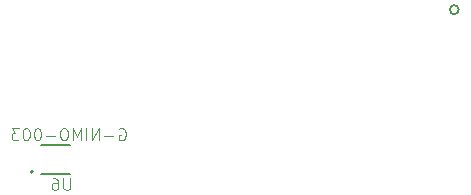
<source format=gbr>
G04 #@! TF.GenerationSoftware,KiCad,Pcbnew,(5.0.2)-1*
G04 #@! TF.CreationDate,2019-07-02T12:14:06-04:00*
G04 #@! TF.ProjectId,IGEM_Device,4947454d-5f44-4657-9669-63652e6b6963,rev?*
G04 #@! TF.SameCoordinates,Original*
G04 #@! TF.FileFunction,Legend,Bot*
G04 #@! TF.FilePolarity,Positive*
%FSLAX46Y46*%
G04 Gerber Fmt 4.6, Leading zero omitted, Abs format (unit mm)*
G04 Created by KiCad (PCBNEW (5.0.2)-1) date 2019-07-02 12:14:06 PM*
%MOMM*%
%LPD*%
G01*
G04 APERTURE LIST*
%ADD10C,0.152400*%
%ADD11C,0.200000*%
%ADD12C,0.127000*%
%ADD13C,0.050000*%
G04 APERTURE END LIST*
D10*
G04 #@! TO.C,J1*
X145288000Y-59055000D02*
G75*
G03X145288000Y-59055000I-381000J0D01*
G01*
D11*
G04 #@! TO.C,U6*
X109240000Y-72775000D02*
G75*
G03X109240000Y-72775000I-100000J0D01*
G01*
D12*
X109875000Y-73005000D02*
X112375000Y-73005000D01*
X109875000Y-70505000D02*
X112375000Y-70505000D01*
D13*
X112389342Y-73322418D02*
X112389342Y-74133512D01*
X112341631Y-74228935D01*
X112293920Y-74276647D01*
X112198497Y-74324358D01*
X112007651Y-74324358D01*
X111912228Y-74276647D01*
X111864517Y-74228935D01*
X111816805Y-74133512D01*
X111816805Y-73322418D01*
X110910288Y-73322418D02*
X111101134Y-73322418D01*
X111196557Y-73370130D01*
X111244268Y-73417841D01*
X111339691Y-73560975D01*
X111387402Y-73751821D01*
X111387402Y-74133512D01*
X111339691Y-74228935D01*
X111291980Y-74276647D01*
X111196557Y-74324358D01*
X111005711Y-74324358D01*
X110910288Y-74276647D01*
X110862577Y-74228935D01*
X110814865Y-74133512D01*
X110814865Y-73894955D01*
X110862577Y-73799532D01*
X110910288Y-73751821D01*
X111005711Y-73704110D01*
X111196557Y-73704110D01*
X111291980Y-73751821D01*
X111339691Y-73799532D01*
X111387402Y-73894955D01*
X116530596Y-69138805D02*
X116625987Y-69091109D01*
X116769075Y-69091109D01*
X116912162Y-69138805D01*
X117007553Y-69234196D01*
X117055249Y-69329587D01*
X117102945Y-69520370D01*
X117102945Y-69663457D01*
X117055249Y-69854240D01*
X117007553Y-69949632D01*
X116912162Y-70045023D01*
X116769075Y-70092719D01*
X116673683Y-70092719D01*
X116530596Y-70045023D01*
X116482900Y-69997327D01*
X116482900Y-69663457D01*
X116673683Y-69663457D01*
X116053639Y-69711153D02*
X115290507Y-69711153D01*
X114813550Y-70092719D02*
X114813550Y-69091109D01*
X114241202Y-70092719D01*
X114241202Y-69091109D01*
X113764245Y-70092719D02*
X113764245Y-69091109D01*
X113287287Y-70092719D02*
X113287287Y-69091109D01*
X112953417Y-69806545D01*
X112619547Y-69091109D01*
X112619547Y-70092719D01*
X111951807Y-69091109D02*
X111761025Y-69091109D01*
X111665633Y-69138805D01*
X111570242Y-69234196D01*
X111522546Y-69424979D01*
X111522546Y-69758849D01*
X111570242Y-69949632D01*
X111665633Y-70045023D01*
X111761025Y-70092719D01*
X111951807Y-70092719D01*
X112047199Y-70045023D01*
X112142590Y-69949632D01*
X112190286Y-69758849D01*
X112190286Y-69424979D01*
X112142590Y-69234196D01*
X112047199Y-69138805D01*
X111951807Y-69091109D01*
X111093285Y-69711153D02*
X110330153Y-69711153D01*
X109662413Y-69091109D02*
X109567022Y-69091109D01*
X109471630Y-69138805D01*
X109423935Y-69186500D01*
X109376239Y-69281892D01*
X109328543Y-69472675D01*
X109328543Y-69711153D01*
X109376239Y-69901936D01*
X109423935Y-69997327D01*
X109471630Y-70045023D01*
X109567022Y-70092719D01*
X109662413Y-70092719D01*
X109757805Y-70045023D01*
X109805500Y-69997327D01*
X109853196Y-69901936D01*
X109900892Y-69711153D01*
X109900892Y-69472675D01*
X109853196Y-69281892D01*
X109805500Y-69186500D01*
X109757805Y-69138805D01*
X109662413Y-69091109D01*
X108708499Y-69091109D02*
X108613107Y-69091109D01*
X108517716Y-69138805D01*
X108470020Y-69186500D01*
X108422325Y-69281892D01*
X108374629Y-69472675D01*
X108374629Y-69711153D01*
X108422325Y-69901936D01*
X108470020Y-69997327D01*
X108517716Y-70045023D01*
X108613107Y-70092719D01*
X108708499Y-70092719D01*
X108803890Y-70045023D01*
X108851586Y-69997327D01*
X108899282Y-69901936D01*
X108946977Y-69711153D01*
X108946977Y-69472675D01*
X108899282Y-69281892D01*
X108851586Y-69186500D01*
X108803890Y-69138805D01*
X108708499Y-69091109D01*
X108040759Y-69091109D02*
X107420715Y-69091109D01*
X107754585Y-69472675D01*
X107611497Y-69472675D01*
X107516106Y-69520370D01*
X107468410Y-69568066D01*
X107420715Y-69663457D01*
X107420715Y-69901936D01*
X107468410Y-69997327D01*
X107516106Y-70045023D01*
X107611497Y-70092719D01*
X107897672Y-70092719D01*
X107993063Y-70045023D01*
X108040759Y-69997327D01*
G04 #@! TD*
M02*

</source>
